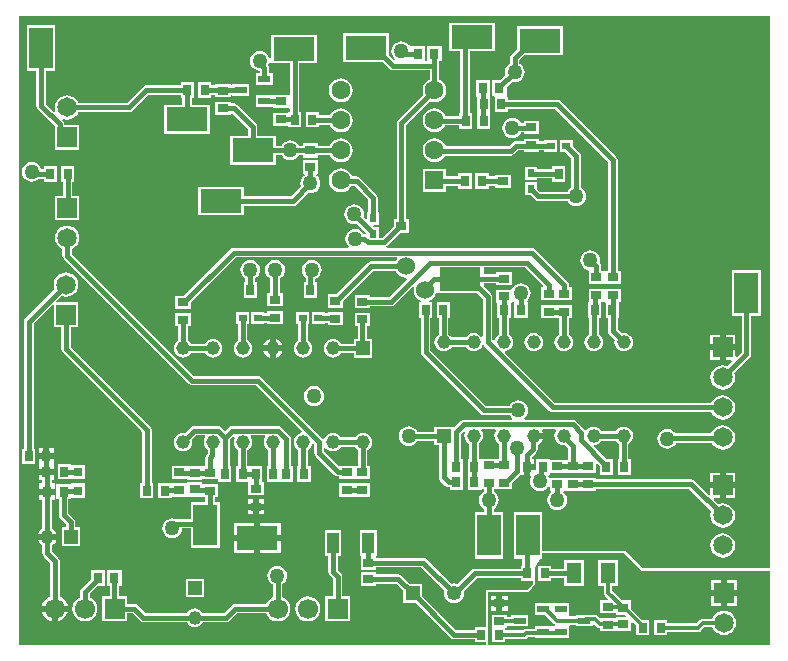
<source format=gtl>
G04*
G04 #@! TF.GenerationSoftware,Altium Limited,Altium Designer,19.1.9 (167)*
G04*
G04 Layer_Physical_Order=1*
G04 Layer_Color=255*
%FSLAX43Y43*%
%MOMM*%
G71*
G01*
G75*
%ADD16C,0.300*%
%ADD34R,1.150X1.150*%
%ADD35C,1.150*%
%ADD38R,1.150X1.150*%
%ADD39R,1.250X1.250*%
%ADD40C,1.250*%
%ADD44R,0.900X0.700*%
%ADD45R,2.000X3.500*%
%ADD46R,0.900X0.800*%
%ADD47R,0.600X0.700*%
%ADD48R,0.700X0.900*%
%ADD49R,0.700X0.600*%
%ADD50R,3.500X2.000*%
%ADD51R,0.800X0.900*%
%ADD52R,0.800X0.800*%
%ADD53R,1.000X1.800*%
%ADD54R,1.300X1.800*%
%ADD55R,1.000X0.600*%
%ADD56C,0.381*%
%ADD57R,1.600X1.600*%
%ADD58C,1.600*%
%ADD59C,1.524*%
%ADD60R,1.159X1.159*%
%ADD61C,1.159*%
%ADD62R,1.700X1.700*%
%ADD63C,1.700*%
%ADD64C,1.651*%
%ADD65R,1.651X1.651*%
%ADD66C,1.270*%
G36*
X63796Y6732D02*
X53014D01*
X51600Y8146D01*
X51532Y8191D01*
X51453Y8207D01*
X51453Y8207D01*
X44503D01*
Y11453D01*
X42097D01*
Y7547D01*
X42849D01*
Y6953D01*
X42697D01*
Y6701D01*
X38800D01*
X38646Y6671D01*
X38516Y6584D01*
X37318Y5386D01*
X37266Y5407D01*
X37050Y5435D01*
X36834Y5407D01*
X36818Y5400D01*
X34734Y7484D01*
X34604Y7571D01*
X34450Y7601D01*
X30453D01*
Y7797D01*
X30503D01*
Y10003D01*
X29097D01*
Y7797D01*
X29147D01*
Y6597D01*
X30453D01*
Y6799D01*
X34284D01*
X36250Y4832D01*
X36243Y4816D01*
X36215Y4600D01*
X36243Y4384D01*
X36327Y4182D01*
X36459Y4009D01*
X36632Y3877D01*
X36834Y3793D01*
X37050Y3765D01*
X37266Y3793D01*
X37468Y3877D01*
X37641Y4009D01*
X37773Y4182D01*
X37857Y4384D01*
X37885Y4600D01*
X37860Y4792D01*
X38966Y5899D01*
X42697D01*
Y5647D01*
X43743D01*
Y5426D01*
X43301Y4908D01*
X39950D01*
X39871Y4892D01*
X39803Y4847D01*
X39759Y4780D01*
X39743Y4701D01*
X39743Y1753D01*
X38797D01*
Y1501D01*
X37216D01*
X34378Y4339D01*
Y5428D01*
X33289D01*
X32634Y6084D01*
X32504Y6171D01*
X32350Y6201D01*
X30453D01*
Y6403D01*
X29147D01*
Y5197D01*
X30453D01*
Y5399D01*
X32184D01*
X32722Y4861D01*
Y3772D01*
X33811D01*
X36766Y816D01*
X36896Y729D01*
X37050Y699D01*
X38797D01*
Y447D01*
X39743D01*
Y204D01*
X204D01*
X204Y53496D01*
X63796D01*
Y6732D01*
D02*
G37*
G36*
X52928Y6525D02*
X63796D01*
Y204D01*
X39950D01*
X39950Y4701D01*
X43397D01*
X43950Y5350D01*
Y6750D01*
X44301Y7547D01*
X44503D01*
Y8000D01*
X51453D01*
X52928Y6525D01*
D02*
G37*
%LPC*%
G36*
X25453Y51903D02*
X21547D01*
Y49903D01*
X21420Y49895D01*
X21417Y49919D01*
X21332Y50123D01*
X21198Y50298D01*
X21023Y50432D01*
X20819Y50517D01*
X20600Y50545D01*
X20381Y50517D01*
X20177Y50432D01*
X20002Y50298D01*
X19868Y50123D01*
X19783Y49919D01*
X19755Y49700D01*
X19783Y49481D01*
X19868Y49277D01*
X20002Y49102D01*
X20177Y48968D01*
X20381Y48883D01*
X20599Y48855D01*
Y48653D01*
X20297D01*
Y47647D01*
X21703D01*
Y48653D01*
X21401D01*
Y49059D01*
X21371Y49213D01*
X21330Y49274D01*
X21332Y49277D01*
X21417Y49481D01*
X21420Y49505D01*
X21547Y49497D01*
Y49497D01*
X23149D01*
Y46880D01*
X23053Y46803D01*
X23022Y46803D01*
X21747D01*
Y46803D01*
X21703Y46753D01*
X20297D01*
Y45747D01*
X21703D01*
X21747Y45697D01*
Y45697D01*
X23022D01*
X23053Y45697D01*
X23149Y45620D01*
Y45353D01*
X22997D01*
Y45303D01*
X21747D01*
Y44197D01*
X22997D01*
Y44047D01*
X24103D01*
Y45353D01*
X23951D01*
Y49497D01*
X25453D01*
Y51903D01*
D02*
G37*
G36*
X46253Y52603D02*
X42347D01*
Y50614D01*
X41910Y50177D01*
X41823Y50047D01*
X41792Y49894D01*
Y49438D01*
X41777Y49432D01*
X41602Y49298D01*
X41468Y49123D01*
X41383Y48919D01*
X41355Y48700D01*
X41381Y48499D01*
X40936Y48053D01*
X40297D01*
Y46747D01*
X40416D01*
X40497Y46653D01*
X40497Y46620D01*
Y45347D01*
X41603D01*
Y45599D01*
X45634D01*
X50099Y41134D01*
Y31903D01*
X49880D01*
X49847Y31903D01*
X49720Y31903D01*
X49501D01*
Y32300D01*
X49471Y32454D01*
X49405Y32553D01*
X49417Y32581D01*
X49445Y32800D01*
X49417Y33019D01*
X49332Y33223D01*
X49198Y33398D01*
X49023Y33532D01*
X48819Y33617D01*
X48600Y33645D01*
X48381Y33617D01*
X48177Y33532D01*
X48002Y33398D01*
X47868Y33223D01*
X47783Y33019D01*
X47755Y32800D01*
X47783Y32581D01*
X47868Y32377D01*
X48002Y32202D01*
X48177Y32068D01*
X48357Y31993D01*
X48447Y31903D01*
Y30797D01*
X49720D01*
X49753Y30797D01*
X49880Y30797D01*
X51153D01*
Y31903D01*
X50901D01*
Y41300D01*
X50871Y41454D01*
X50784Y41584D01*
X46084Y46284D01*
X45954Y46371D01*
X45800Y46401D01*
X41603D01*
Y46653D01*
X41584D01*
X41503Y46747D01*
X41503Y46780D01*
Y47486D01*
X41925Y47907D01*
X41981Y47883D01*
X42200Y47855D01*
X42419Y47883D01*
X42623Y47968D01*
X42798Y48102D01*
X42932Y48277D01*
X43017Y48481D01*
X43045Y48700D01*
X43017Y48919D01*
X42932Y49123D01*
X42798Y49298D01*
X42623Y49432D01*
X42595Y49444D01*
Y49727D01*
X43064Y50197D01*
X46253D01*
Y52603D01*
D02*
G37*
G36*
X16503Y47853D02*
X15397D01*
Y46547D01*
X16503D01*
Y46799D01*
X16847D01*
Y46597D01*
X18153D01*
Y46799D01*
X18297D01*
Y46697D01*
X19703D01*
Y47703D01*
X18297D01*
Y47601D01*
X18153D01*
Y47703D01*
X16847D01*
Y47601D01*
X16503D01*
Y47853D01*
D02*
G37*
G36*
X31553Y52003D02*
X27647D01*
Y49597D01*
X30986D01*
X31595Y48987D01*
X31725Y48900D01*
X31879Y48870D01*
X34999D01*
Y48100D01*
X34894Y48056D01*
X34685Y47895D01*
X34524Y47686D01*
X34423Y47442D01*
X34388Y47180D01*
X34423Y46918D01*
X34466Y46814D01*
X32316Y44664D01*
X32229Y44534D01*
X32199Y44380D01*
Y36253D01*
X31947D01*
Y35714D01*
X30940Y34708D01*
X30703D01*
Y35603D01*
X30278D01*
X30218Y35678D01*
X30270Y35797D01*
X30703D01*
Y36903D01*
X30601D01*
Y38100D01*
X30571Y38254D01*
X30484Y38384D01*
X29084Y39784D01*
X28954Y39871D01*
X28800Y39901D01*
X28404D01*
X28336Y40066D01*
X28175Y40275D01*
X27966Y40436D01*
X27722Y40537D01*
X27460Y40572D01*
X27198Y40537D01*
X26954Y40436D01*
X26745Y40275D01*
X26584Y40066D01*
X26483Y39822D01*
X26448Y39560D01*
X26483Y39298D01*
X26584Y39054D01*
X26745Y38845D01*
X26954Y38684D01*
X27198Y38583D01*
X27460Y38548D01*
X27722Y38583D01*
X27966Y38684D01*
X28175Y38845D01*
X28336Y39054D01*
X28355Y39099D01*
X28634D01*
X29799Y37934D01*
Y36903D01*
X29697D01*
Y36337D01*
X29579Y36288D01*
X29408Y36460D01*
X29417Y36481D01*
X29445Y36700D01*
X29417Y36919D01*
X29332Y37123D01*
X29198Y37298D01*
X29023Y37432D01*
X28819Y37517D01*
X28600Y37545D01*
X28381Y37517D01*
X28177Y37432D01*
X28002Y37298D01*
X27868Y37123D01*
X27783Y36919D01*
X27755Y36700D01*
X27783Y36481D01*
X27868Y36277D01*
X28002Y36102D01*
X28177Y35968D01*
X28381Y35883D01*
X28600Y35855D01*
X28819Y35883D01*
X28840Y35892D01*
X29628Y35104D01*
X29582Y34982D01*
X29570Y34976D01*
X29443Y35001D01*
X29441D01*
X29432Y35023D01*
X29298Y35198D01*
X29123Y35332D01*
X28919Y35417D01*
X28700Y35445D01*
X28481Y35417D01*
X28277Y35332D01*
X28102Y35198D01*
X27968Y35023D01*
X27883Y34819D01*
X27855Y34600D01*
X27883Y34381D01*
X27968Y34177D01*
X28102Y34002D01*
X28126Y33984D01*
X28083Y33857D01*
X18406D01*
X18252Y33827D01*
X18122Y33740D01*
X14186Y29803D01*
X13447D01*
Y28697D01*
X14753D01*
Y29236D01*
X18572Y33054D01*
X32202D01*
X32265Y32927D01*
X32157Y32787D01*
X32122Y32701D01*
X30050D01*
X29896Y32671D01*
X29766Y32584D01*
X27086Y29903D01*
X26347D01*
Y28797D01*
X27653D01*
Y29336D01*
X30216Y31899D01*
X32122D01*
X32157Y31813D01*
X32312Y31612D01*
X32513Y31457D01*
X32748Y31360D01*
X32982Y31329D01*
X33051Y31219D01*
X31534Y29701D01*
X29953D01*
Y29853D01*
X28647D01*
Y28747D01*
X29953D01*
Y28899D01*
X31700D01*
X31854Y28929D01*
X31984Y29016D01*
X33533Y30566D01*
X33654Y30506D01*
X33626Y30300D01*
X33660Y30048D01*
X33757Y29813D01*
X33912Y29612D01*
X34113Y29457D01*
X34298Y29380D01*
X34273Y29253D01*
X34097D01*
Y27947D01*
X34249D01*
Y25050D01*
X34279Y24896D01*
X34366Y24766D01*
X39316Y19816D01*
X39446Y19729D01*
X39600Y19699D01*
X41759D01*
X41768Y19677D01*
X41902Y19502D01*
X41993Y19433D01*
X41950Y19306D01*
X37904D01*
X37751Y19275D01*
X37620Y19188D01*
X37090Y18657D01*
X36963Y18710D01*
Y18714D01*
X35397D01*
Y18301D01*
X33941D01*
X33932Y18323D01*
X33798Y18498D01*
X33623Y18632D01*
X33419Y18717D01*
X33200Y18745D01*
X32981Y18717D01*
X32777Y18632D01*
X32602Y18498D01*
X32468Y18323D01*
X32383Y18119D01*
X32355Y17900D01*
X32383Y17681D01*
X32468Y17477D01*
X32602Y17302D01*
X32777Y17168D01*
X32981Y17083D01*
X33200Y17055D01*
X33419Y17083D01*
X33623Y17168D01*
X33798Y17302D01*
X33932Y17477D01*
X33941Y17499D01*
X35397D01*
Y17148D01*
X35779D01*
Y14420D01*
X35809Y14266D01*
X35896Y14136D01*
X36316Y13716D01*
X36446Y13629D01*
X36600Y13599D01*
X36697D01*
Y13347D01*
X37803D01*
Y14647D01*
X37803D01*
Y15953D01*
X37651D01*
Y18084D01*
X37903Y18335D01*
X38010Y18263D01*
X37957Y18135D01*
X37931Y17931D01*
X37957Y17727D01*
X38036Y17536D01*
X38162Y17373D01*
X38325Y17247D01*
X38334Y17244D01*
Y15953D01*
X38197D01*
Y14653D01*
X38197D01*
Y13347D01*
X39303D01*
Y13347D01*
X39409Y13397D01*
X39599D01*
Y13241D01*
X39577Y13232D01*
X39402Y13098D01*
X39268Y12923D01*
X39183Y12719D01*
X39155Y12500D01*
X39183Y12281D01*
X39268Y12077D01*
X39402Y11902D01*
X39577Y11768D01*
X39599Y11759D01*
Y11453D01*
X38797D01*
Y7547D01*
X41203D01*
Y11453D01*
X40401D01*
Y11759D01*
X40423Y11768D01*
X40598Y11902D01*
X40732Y12077D01*
X40817Y12281D01*
X40845Y12500D01*
X40817Y12719D01*
X40732Y12923D01*
X40598Y13098D01*
X40423Y13232D01*
X40401Y13241D01*
Y13397D01*
X41953D01*
Y13936D01*
X42614Y14596D01*
X42946D01*
Y15300D01*
X43200D01*
Y15554D01*
X43854D01*
Y16004D01*
X43673D01*
Y16155D01*
X44014Y16496D01*
X44101Y16626D01*
X44131Y16780D01*
Y17166D01*
X44220Y17203D01*
X44394Y17337D01*
X44528Y17511D01*
X44597Y17677D01*
X43800D01*
Y18185D01*
X44597D01*
X44528Y18351D01*
X44499Y18389D01*
X44555Y18503D01*
X45632D01*
X45695Y18376D01*
X45656Y18326D01*
X45577Y18135D01*
X45551Y17931D01*
X45577Y17727D01*
X45656Y17536D01*
X45782Y17373D01*
X45945Y17247D01*
X46136Y17168D01*
X46340Y17142D01*
X46441Y17155D01*
X46699Y16897D01*
Y15903D01*
X45203D01*
Y15953D01*
X43997D01*
Y15017D01*
X43981Y15009D01*
X43919Y15046D01*
X43454D01*
Y14596D01*
X43475D01*
X43546Y14469D01*
X43483Y14319D01*
X43454Y14100D01*
X43483Y13881D01*
X43568Y13677D01*
X43702Y13502D01*
X43877Y13368D01*
X44081Y13283D01*
X44300Y13255D01*
X44519Y13283D01*
X44723Y13368D01*
X44898Y13502D01*
X45020Y13661D01*
X45077Y13657D01*
X45147Y13626D01*
Y13297D01*
X45253D01*
X45296Y13170D01*
X45202Y13098D01*
X45068Y12923D01*
X44983Y12719D01*
X44955Y12500D01*
X44983Y12281D01*
X45068Y12077D01*
X45202Y11902D01*
X45377Y11768D01*
X45581Y11683D01*
X45800Y11655D01*
X46019Y11683D01*
X46223Y11768D01*
X46398Y11902D01*
X46532Y12077D01*
X46617Y12281D01*
X46645Y12500D01*
X46617Y12719D01*
X46532Y12923D01*
X46398Y13098D01*
X46304Y13170D01*
X46347Y13297D01*
X47747D01*
Y13297D01*
X49053D01*
Y13449D01*
X56984D01*
X58846Y11586D01*
X58798Y11469D01*
X58762Y11200D01*
X58798Y10931D01*
X58901Y10681D01*
X59066Y10466D01*
X59281Y10301D01*
X59531Y10198D01*
X59800Y10162D01*
X60069Y10198D01*
X60319Y10301D01*
X60534Y10466D01*
X60699Y10681D01*
X60802Y10931D01*
X60838Y11200D01*
X60802Y11469D01*
X60699Y11719D01*
X60534Y11934D01*
X60319Y12099D01*
X60069Y12202D01*
X59800Y12238D01*
X59531Y12202D01*
X59414Y12154D01*
X59025Y12543D01*
X59073Y12660D01*
X59546D01*
Y13486D01*
X58721D01*
Y13013D01*
X58603Y12965D01*
X57434Y14134D01*
X57304Y14221D01*
X57150Y14251D01*
X49053D01*
Y14403D01*
X47753D01*
Y14403D01*
X45219D01*
X45147Y14403D01*
X45051Y14478D01*
X45032Y14523D01*
X45024Y14533D01*
X45080Y14647D01*
X45203D01*
Y14797D01*
X47747D01*
Y14797D01*
X49053D01*
Y15563D01*
X49171Y15612D01*
X49397Y15386D01*
Y14647D01*
X50503D01*
Y15953D01*
X49964D01*
X48901Y17016D01*
X48947Y17150D01*
X49084Y17168D01*
X49275Y17247D01*
X49438Y17373D01*
X49559Y17530D01*
X50741D01*
X50862Y17373D01*
X51009Y17260D01*
Y15953D01*
X50897D01*
Y14647D01*
X52003D01*
Y15953D01*
X51811D01*
Y17246D01*
X51815Y17247D01*
X51978Y17373D01*
X52104Y17536D01*
X52183Y17727D01*
X52209Y17931D01*
X52183Y18135D01*
X52104Y18326D01*
X51978Y18489D01*
X51815Y18615D01*
X51624Y18694D01*
X51420Y18720D01*
X51216Y18694D01*
X51025Y18615D01*
X50862Y18489D01*
X50741Y18332D01*
X49559D01*
X49438Y18489D01*
X49275Y18615D01*
X49084Y18694D01*
X48880Y18720D01*
X48676Y18694D01*
X48485Y18615D01*
X48322Y18489D01*
X48274Y18427D01*
X48118Y18432D01*
X48084Y18484D01*
X47380Y19188D01*
X47249Y19275D01*
X47096Y19306D01*
X43050D01*
X43007Y19433D01*
X43098Y19502D01*
X43232Y19677D01*
X43317Y19881D01*
X43345Y20100D01*
X43317Y20319D01*
X43232Y20523D01*
X43098Y20698D01*
X42923Y20832D01*
X42719Y20917D01*
X42500Y20945D01*
X42281Y20917D01*
X42077Y20832D01*
X41902Y20698D01*
X41768Y20523D01*
X41759Y20501D01*
X39766D01*
X35051Y25216D01*
Y27947D01*
X35203D01*
Y29253D01*
X34927D01*
X34902Y29380D01*
X35087Y29457D01*
X35288Y29612D01*
X35443Y29813D01*
X35520Y29998D01*
X35647Y29997D01*
Y29997D01*
X39036D01*
X39499Y29534D01*
Y26349D01*
X39372Y26306D01*
X39278Y26427D01*
X39115Y26553D01*
X38924Y26632D01*
X38720Y26658D01*
X38516Y26632D01*
X38325Y26553D01*
X38162Y26427D01*
X38041Y26270D01*
X36859D01*
X36738Y26427D01*
X36575Y26553D01*
X36566Y26556D01*
Y27947D01*
X36703D01*
Y29253D01*
X35597D01*
Y27947D01*
X35764D01*
Y26536D01*
X35622Y26427D01*
X35496Y26264D01*
X35417Y26073D01*
X35391Y25869D01*
X35417Y25665D01*
X35496Y25474D01*
X35622Y25311D01*
X35785Y25185D01*
X35976Y25106D01*
X36180Y25080D01*
X36384Y25106D01*
X36575Y25185D01*
X36738Y25311D01*
X36859Y25468D01*
X38041D01*
X38162Y25311D01*
X38325Y25185D01*
X38516Y25106D01*
X38720Y25080D01*
X38924Y25106D01*
X39115Y25185D01*
X39278Y25311D01*
X39404Y25474D01*
X39451Y25588D01*
X39594Y25602D01*
X39616Y25569D01*
X45129Y20056D01*
X45259Y19969D01*
X45413Y19939D01*
X58853D01*
X58901Y19821D01*
X59066Y19606D01*
X59281Y19441D01*
X59531Y19338D01*
X59800Y19302D01*
X60069Y19338D01*
X60319Y19441D01*
X60534Y19606D01*
X60699Y19821D01*
X60802Y20071D01*
X60838Y20340D01*
X60802Y20609D01*
X60699Y20859D01*
X60534Y21074D01*
X60319Y21239D01*
X60069Y21342D01*
X59800Y21378D01*
X59531Y21342D01*
X59281Y21239D01*
X59066Y21074D01*
X58901Y20859D01*
X58853Y20741D01*
X45579D01*
X41356Y24964D01*
X41402Y25098D01*
X41464Y25106D01*
X41655Y25185D01*
X41818Y25311D01*
X41944Y25474D01*
X42023Y25665D01*
X42049Y25869D01*
X42023Y26073D01*
X41944Y26264D01*
X41818Y26427D01*
X41681Y26532D01*
Y27947D01*
X41903D01*
Y29197D01*
X41953D01*
Y29281D01*
X42080Y29336D01*
X42111Y29307D01*
X42097Y29253D01*
X42097D01*
Y27947D01*
X43303D01*
Y29253D01*
X43303D01*
X43269Y29380D01*
X43298Y29402D01*
X43432Y29577D01*
X43517Y29781D01*
X43545Y30000D01*
X43517Y30219D01*
X43432Y30423D01*
X43298Y30598D01*
X43123Y30732D01*
X42919Y30817D01*
X42700Y30845D01*
X42481Y30817D01*
X42277Y30732D01*
X42102Y30598D01*
X41968Y30423D01*
X41918Y30303D01*
X40647D01*
Y29197D01*
X40697D01*
Y27947D01*
X40879D01*
Y26558D01*
X40865Y26553D01*
X40702Y26427D01*
X40576Y26264D01*
X40497Y26073D01*
X40364Y26025D01*
X40301Y26074D01*
Y29700D01*
X40271Y29854D01*
X40184Y29984D01*
X39553Y30614D01*
Y30849D01*
X40647D01*
Y30697D01*
X41953D01*
Y31803D01*
X40647D01*
Y31651D01*
X39553D01*
Y32199D01*
X43034D01*
X44602Y30630D01*
X44550Y30503D01*
X44447D01*
Y29397D01*
X47053D01*
Y30503D01*
X46801D01*
Y30700D01*
X46771Y30854D01*
X46684Y30984D01*
X43928Y33740D01*
X43798Y33827D01*
X43644Y33857D01*
X31371D01*
X31333Y33984D01*
X31390Y34022D01*
X32514Y35147D01*
X33253D01*
Y36253D01*
X33001D01*
Y44214D01*
X35034Y46246D01*
X35138Y46203D01*
X35400Y46168D01*
X35662Y46203D01*
X35906Y46304D01*
X36115Y46465D01*
X36276Y46674D01*
X36377Y46918D01*
X36412Y47180D01*
X36377Y47442D01*
X36276Y47686D01*
X36115Y47895D01*
X35906Y48056D01*
X35801Y48100D01*
Y49300D01*
Y49647D01*
X36003D01*
Y50953D01*
X34797D01*
Y49673D01*
X34603D01*
Y50953D01*
X33397D01*
X33397Y50953D01*
Y50953D01*
X33281Y50990D01*
X33198Y51098D01*
X33023Y51232D01*
X32819Y51317D01*
X32600Y51345D01*
X32381Y51317D01*
X32177Y51232D01*
X32002Y51098D01*
X31868Y50923D01*
X31783Y50719D01*
X31755Y50500D01*
X31783Y50281D01*
X31868Y50077D01*
X32002Y49902D01*
X32032Y49880D01*
X32002Y49742D01*
X31980Y49737D01*
X31553Y50164D01*
Y52003D01*
D02*
G37*
G36*
X27460Y48192D02*
X27198Y48157D01*
X26954Y48056D01*
X26745Y47895D01*
X26584Y47686D01*
X26483Y47442D01*
X26448Y47180D01*
X26483Y46918D01*
X26584Y46674D01*
X26745Y46465D01*
X26954Y46304D01*
X27198Y46203D01*
X27460Y46168D01*
X27722Y46203D01*
X27966Y46304D01*
X28175Y46465D01*
X28336Y46674D01*
X28437Y46918D01*
X28472Y47180D01*
X28437Y47442D01*
X28336Y47686D01*
X28175Y47895D01*
X27966Y48056D01*
X27722Y48157D01*
X27460Y48192D01*
D02*
G37*
G36*
Y45652D02*
X27198Y45617D01*
X26954Y45516D01*
X26745Y45355D01*
X26584Y45146D01*
X26553Y45071D01*
X25603D01*
Y45353D01*
X24497D01*
Y44047D01*
X25603D01*
Y44269D01*
X26528D01*
X26584Y44134D01*
X26745Y43925D01*
X26954Y43764D01*
X27198Y43663D01*
X27460Y43628D01*
X27722Y43663D01*
X27966Y43764D01*
X28175Y43925D01*
X28336Y44134D01*
X28437Y44378D01*
X28472Y44640D01*
X28437Y44902D01*
X28336Y45146D01*
X28175Y45355D01*
X27966Y45516D01*
X27722Y45617D01*
X27460Y45652D01*
D02*
G37*
G36*
X40553Y52903D02*
X36647D01*
Y50497D01*
X37599D01*
Y45253D01*
X37497D01*
Y45021D01*
X36328D01*
X36276Y45146D01*
X36115Y45355D01*
X35906Y45516D01*
X35662Y45617D01*
X35400Y45652D01*
X35138Y45617D01*
X34894Y45516D01*
X34685Y45355D01*
X34524Y45146D01*
X34423Y44902D01*
X34388Y44640D01*
X34423Y44378D01*
X34524Y44134D01*
X34685Y43925D01*
X34894Y43764D01*
X35138Y43663D01*
X35400Y43628D01*
X35662Y43663D01*
X35906Y43764D01*
X36115Y43925D01*
X36276Y44134D01*
X36311Y44219D01*
X37497D01*
Y43947D01*
X38603D01*
Y45253D01*
X38401D01*
Y50497D01*
X40553D01*
Y52903D01*
D02*
G37*
G36*
X40103Y48053D02*
X38897D01*
Y46747D01*
X38916D01*
X38997Y46653D01*
Y45347D01*
X38997D01*
X38997Y45253D01*
X38997D01*
Y43947D01*
X40103D01*
Y45253D01*
X40103D01*
X40103Y45347D01*
X40103D01*
Y46653D01*
X40103D01*
Y46747D01*
X40103D01*
Y48053D01*
D02*
G37*
G36*
X3303Y52753D02*
X897D01*
Y48847D01*
X1699D01*
Y45876D01*
X1729Y45722D01*
X1816Y45592D01*
X3264Y44145D01*
Y43495D01*
X3271Y43456D01*
Y42171D01*
X5329D01*
Y44229D01*
X4066D01*
Y44311D01*
X4036Y44464D01*
X3949Y44595D01*
X3881Y44663D01*
X3953Y44770D01*
X4031Y44738D01*
X4300Y44702D01*
X4569Y44738D01*
X4819Y44841D01*
X5034Y45006D01*
X5199Y45221D01*
X5247Y45339D01*
X9540D01*
X9694Y45369D01*
X9824Y45456D01*
X11166Y46799D01*
X13897D01*
Y46547D01*
X14049D01*
Y45928D01*
X12497D01*
Y43522D01*
X16403D01*
Y45928D01*
X14851D01*
Y46547D01*
X15003D01*
Y47853D01*
X13897D01*
Y47601D01*
X11000D01*
X10846Y47571D01*
X10716Y47484D01*
X9374Y46141D01*
X5247D01*
X5199Y46259D01*
X5034Y46474D01*
X4819Y46639D01*
X4569Y46742D01*
X4300Y46778D01*
X4031Y46742D01*
X3781Y46639D01*
X3566Y46474D01*
X3401Y46259D01*
X3298Y46009D01*
X3262Y45740D01*
X3298Y45471D01*
X3330Y45393D01*
X3223Y45321D01*
X2501Y46042D01*
Y48847D01*
X3303D01*
Y52753D01*
D02*
G37*
G36*
X42000Y44845D02*
X41781Y44817D01*
X41577Y44732D01*
X41402Y44598D01*
X41268Y44423D01*
X41183Y44219D01*
X41155Y44000D01*
X41183Y43781D01*
X41268Y43577D01*
X41402Y43402D01*
X41577Y43268D01*
X41781Y43183D01*
X42000Y43155D01*
X42219Y43183D01*
X42423Y43268D01*
X42598Y43402D01*
X42732Y43577D01*
X42751Y43624D01*
X42947D01*
Y43497D01*
X44253D01*
Y44603D01*
X42947D01*
Y44426D01*
X42729D01*
X42598Y44598D01*
X42423Y44732D01*
X42219Y44817D01*
X42000Y44845D01*
D02*
G37*
G36*
X35400Y43112D02*
X35138Y43077D01*
X34894Y42976D01*
X34685Y42815D01*
X34524Y42606D01*
X34423Y42362D01*
X34388Y42100D01*
X34423Y41838D01*
X34524Y41594D01*
X34685Y41385D01*
X34894Y41224D01*
X35138Y41123D01*
X35400Y41088D01*
X35662Y41123D01*
X35906Y41224D01*
X36115Y41385D01*
X36276Y41594D01*
X36299Y41649D01*
X41850D01*
X42004Y41679D01*
X42134Y41766D01*
X42466Y42099D01*
X42947D01*
Y41997D01*
X44253D01*
Y42099D01*
X44697D01*
Y41997D01*
X45803D01*
Y43003D01*
X44697D01*
Y42901D01*
X44253D01*
Y43103D01*
X42947D01*
Y42901D01*
X42300D01*
X42146Y42871D01*
X42016Y42784D01*
X41684Y42451D01*
X36340D01*
X36276Y42606D01*
X36115Y42815D01*
X35906Y42976D01*
X35662Y43077D01*
X35400Y43112D01*
D02*
G37*
G36*
X18153Y46203D02*
X16847D01*
Y45097D01*
X18153D01*
Y45200D01*
X18280Y45252D01*
X19599Y43934D01*
Y43303D01*
X18047D01*
Y40897D01*
X21953D01*
Y41699D01*
X22459D01*
X22468Y41677D01*
X22602Y41502D01*
X22777Y41368D01*
X22981Y41283D01*
X23200Y41255D01*
X23419Y41283D01*
X23623Y41368D01*
X23798Y41502D01*
X23932Y41677D01*
X23941Y41699D01*
X24247D01*
Y41497D01*
X25553D01*
Y41699D01*
X26540D01*
X26584Y41594D01*
X26745Y41385D01*
X26954Y41224D01*
X27198Y41123D01*
X27460Y41088D01*
X27722Y41123D01*
X27966Y41224D01*
X28175Y41385D01*
X28336Y41594D01*
X28437Y41838D01*
X28472Y42100D01*
X28437Y42362D01*
X28336Y42606D01*
X28175Y42815D01*
X27966Y42976D01*
X27722Y43077D01*
X27460Y43112D01*
X27198Y43077D01*
X26954Y42976D01*
X26745Y42815D01*
X26584Y42606D01*
X26540Y42501D01*
X25553D01*
Y42703D01*
X24247D01*
Y42501D01*
X23941D01*
X23932Y42523D01*
X23798Y42698D01*
X23623Y42832D01*
X23419Y42917D01*
X23200Y42945D01*
X22981Y42917D01*
X22777Y42832D01*
X22602Y42698D01*
X22468Y42523D01*
X22459Y42501D01*
X21953D01*
Y43303D01*
X20401D01*
Y44100D01*
X20371Y44254D01*
X20284Y44384D01*
X18684Y45984D01*
X18554Y46071D01*
X18400Y46101D01*
X18153D01*
Y46203D01*
D02*
G37*
G36*
X46453Y40753D02*
X45347D01*
Y40526D01*
X44103D01*
Y40703D01*
X43097D01*
Y39597D01*
X44103D01*
Y39724D01*
X45347D01*
Y39447D01*
X46453D01*
Y40753D01*
D02*
G37*
G36*
X1300Y41145D02*
X1081Y41117D01*
X877Y41032D01*
X702Y40898D01*
X568Y40723D01*
X483Y40519D01*
X455Y40300D01*
X483Y40081D01*
X568Y39877D01*
X702Y39702D01*
X877Y39568D01*
X1081Y39483D01*
X1300Y39455D01*
X1519Y39483D01*
X1723Y39568D01*
X1893Y39699D01*
X2297D01*
Y39447D01*
X3403D01*
Y40753D01*
X2297D01*
Y40501D01*
X2119D01*
X2117Y40519D01*
X2032Y40723D01*
X1898Y40898D01*
X1723Y41032D01*
X1519Y41117D01*
X1300Y41145D01*
D02*
G37*
G36*
X40003Y40153D02*
X38797D01*
Y38847D01*
X40003D01*
Y39099D01*
X40547D01*
Y38947D01*
X41853D01*
Y40053D01*
X40547D01*
Y39901D01*
X40003D01*
Y40153D01*
D02*
G37*
G36*
X36403Y40563D02*
X34397D01*
Y38557D01*
X36403D01*
Y39099D01*
X37397D01*
Y38847D01*
X38603D01*
Y40153D01*
X37397D01*
Y39901D01*
X36403D01*
Y40563D01*
D02*
G37*
G36*
X47103Y43003D02*
X45997D01*
Y41997D01*
X46436D01*
X46999Y41434D01*
Y38941D01*
X46977Y38932D01*
X46802Y38798D01*
X46668Y38623D01*
X46659Y38601D01*
X44366D01*
X44103Y38864D01*
Y39403D01*
X43097D01*
Y38297D01*
X43536D01*
X43916Y37916D01*
X44046Y37829D01*
X44200Y37799D01*
X46659D01*
X46668Y37777D01*
X46802Y37602D01*
X46977Y37468D01*
X47181Y37383D01*
X47400Y37355D01*
X47619Y37383D01*
X47823Y37468D01*
X47998Y37602D01*
X48132Y37777D01*
X48217Y37981D01*
X48245Y38200D01*
X48217Y38419D01*
X48132Y38623D01*
X47998Y38798D01*
X47823Y38932D01*
X47801Y38941D01*
Y41600D01*
X47771Y41754D01*
X47684Y41884D01*
X47103Y42464D01*
Y43003D01*
D02*
G37*
G36*
X25553Y41303D02*
X24247D01*
Y40097D01*
X24353D01*
X24396Y39970D01*
X24302Y39898D01*
X24168Y39723D01*
X24083Y39519D01*
X24055Y39300D01*
X24083Y39081D01*
X24092Y39060D01*
X23234Y38201D01*
X19253D01*
Y39003D01*
X15347D01*
Y36597D01*
X19253D01*
Y37399D01*
X23400D01*
X23554Y37429D01*
X23684Y37516D01*
X24660Y38492D01*
X24681Y38483D01*
X24900Y38455D01*
X25119Y38483D01*
X25323Y38568D01*
X25498Y38702D01*
X25632Y38877D01*
X25717Y39081D01*
X25745Y39300D01*
X25717Y39519D01*
X25632Y39723D01*
X25498Y39898D01*
X25404Y39970D01*
X25447Y40097D01*
X25553D01*
Y41303D01*
D02*
G37*
G36*
X4903Y40753D02*
X3797D01*
Y39447D01*
X3949D01*
Y38269D01*
X3271D01*
Y36211D01*
X5329D01*
Y38269D01*
X4751D01*
Y39447D01*
X4903D01*
Y40753D01*
D02*
G37*
G36*
X4200Y31778D02*
X3931Y31742D01*
X3681Y31639D01*
X3466Y31474D01*
X3301Y31259D01*
X3198Y31009D01*
X3162Y30740D01*
X3198Y30471D01*
X3246Y30354D01*
X766Y27874D01*
X679Y27744D01*
X649Y27590D01*
Y16853D01*
X497D01*
Y15547D01*
X1603D01*
Y16853D01*
X1451D01*
Y27424D01*
X3054Y29026D01*
X3171Y28978D01*
Y27171D01*
X3799D01*
Y25300D01*
X3829Y25146D01*
X3916Y25016D01*
X10649Y18284D01*
Y13953D01*
X10497D01*
Y12647D01*
X11603D01*
Y13953D01*
X11451D01*
Y18450D01*
X11421Y18604D01*
X11334Y18734D01*
X4601Y25466D01*
Y27171D01*
X5229D01*
Y29229D01*
X3422D01*
X3374Y29346D01*
X3814Y29786D01*
X3931Y29738D01*
X4200Y29702D01*
X4469Y29738D01*
X4719Y29841D01*
X4934Y30006D01*
X5099Y30221D01*
X5202Y30471D01*
X5238Y30740D01*
X5202Y31009D01*
X5099Y31259D01*
X4934Y31474D01*
X4719Y31639D01*
X4469Y31742D01*
X4200Y31778D01*
D02*
G37*
G36*
X25000Y32845D02*
X24781Y32817D01*
X24577Y32732D01*
X24402Y32598D01*
X24268Y32423D01*
X24183Y32219D01*
X24155Y32000D01*
X24183Y31781D01*
X24268Y31577D01*
X24402Y31402D01*
X24499Y31328D01*
Y30953D01*
X24347D01*
Y29647D01*
X25453D01*
Y30953D01*
X25301D01*
Y31218D01*
X25423Y31268D01*
X25598Y31402D01*
X25732Y31577D01*
X25817Y31781D01*
X25845Y32000D01*
X25817Y32219D01*
X25732Y32423D01*
X25598Y32598D01*
X25423Y32732D01*
X25219Y32817D01*
X25000Y32845D01*
D02*
G37*
G36*
X19800D02*
X19581Y32817D01*
X19377Y32732D01*
X19202Y32598D01*
X19068Y32423D01*
X18983Y32219D01*
X18955Y32000D01*
X18983Y31781D01*
X19068Y31577D01*
X19202Y31402D01*
X19377Y31268D01*
X19399Y31259D01*
Y30953D01*
X19247D01*
Y29647D01*
X20353D01*
Y30953D01*
X20201D01*
Y31259D01*
X20223Y31268D01*
X20398Y31402D01*
X20532Y31577D01*
X20617Y31781D01*
X20645Y32000D01*
X20617Y32219D01*
X20532Y32423D01*
X20398Y32598D01*
X20223Y32732D01*
X20019Y32817D01*
X19800Y32845D01*
D02*
G37*
G36*
X21900D02*
X21681Y32817D01*
X21477Y32732D01*
X21302Y32598D01*
X21168Y32423D01*
X21083Y32219D01*
X21055Y32000D01*
X21083Y31781D01*
X21168Y31577D01*
X21302Y31402D01*
X21477Y31268D01*
X21499Y31259D01*
Y30003D01*
X21247D01*
Y28897D01*
X22553D01*
Y30003D01*
X22301D01*
Y31259D01*
X22323Y31268D01*
X22498Y31402D01*
X22632Y31577D01*
X22717Y31781D01*
X22745Y32000D01*
X22717Y32219D01*
X22632Y32423D01*
X22498Y32598D01*
X22323Y32732D01*
X22119Y32817D01*
X21900Y32845D01*
D02*
G37*
G36*
X22553Y28503D02*
X21247D01*
Y28326D01*
X21003D01*
Y28403D01*
X19897D01*
Y27397D01*
X21003D01*
Y27524D01*
X21247D01*
Y27397D01*
X22553D01*
Y28503D01*
D02*
G37*
G36*
X26103Y28403D02*
X24997D01*
Y27397D01*
X26103D01*
Y27499D01*
X26347D01*
Y27297D01*
X27653D01*
Y28403D01*
X26347D01*
Y28301D01*
X26103D01*
Y28403D01*
D02*
G37*
G36*
X29953Y28353D02*
X28647D01*
Y27247D01*
X28899D01*
Y26121D01*
X28557D01*
Y25739D01*
X27479D01*
X27358Y25896D01*
X27195Y26022D01*
X27004Y26101D01*
X26800Y26127D01*
X26596Y26101D01*
X26405Y26022D01*
X26242Y25896D01*
X26116Y25733D01*
X26037Y25542D01*
X26011Y25338D01*
X26037Y25134D01*
X26116Y24943D01*
X26242Y24780D01*
X26405Y24654D01*
X26596Y24575D01*
X26800Y24549D01*
X27004Y24575D01*
X27195Y24654D01*
X27358Y24780D01*
X27479Y24937D01*
X28557D01*
Y24555D01*
X30123D01*
Y26121D01*
X29701D01*
Y27247D01*
X29953D01*
Y28353D01*
D02*
G37*
G36*
X60880Y26500D02*
X60054D01*
Y25674D01*
X60880D01*
Y26500D01*
D02*
G37*
G36*
X59546D02*
X58721D01*
Y25674D01*
X59546D01*
Y26500D01*
D02*
G37*
G36*
X21974Y26135D02*
Y25592D01*
X22517D01*
X22448Y25758D01*
X22314Y25932D01*
X22140Y26066D01*
X21974Y26135D01*
D02*
G37*
G36*
X21466D02*
X21300Y26066D01*
X21126Y25932D01*
X20992Y25758D01*
X20923Y25592D01*
X21466D01*
Y26135D01*
D02*
G37*
G36*
X49847Y30403D02*
X49720Y30403D01*
X48447D01*
Y29297D01*
X48397Y29253D01*
X48397D01*
Y27947D01*
X48514D01*
Y26564D01*
X48485Y26553D01*
X48322Y26427D01*
X48196Y26264D01*
X48117Y26073D01*
X48091Y25869D01*
X48117Y25665D01*
X48196Y25474D01*
X48322Y25311D01*
X48485Y25185D01*
X48676Y25106D01*
X48880Y25080D01*
X49084Y25106D01*
X49275Y25185D01*
X49438Y25311D01*
X49564Y25474D01*
X49643Y25665D01*
X49669Y25869D01*
X49643Y26073D01*
X49564Y26264D01*
X49438Y26427D01*
X49316Y26521D01*
Y27947D01*
X49503D01*
Y29253D01*
X49612Y29297D01*
X49788Y29297D01*
X49897Y29191D01*
Y27947D01*
X50099D01*
Y26789D01*
X50129Y26635D01*
X50216Y26505D01*
X50656Y26065D01*
X50631Y25869D01*
X50657Y25665D01*
X50736Y25474D01*
X50862Y25311D01*
X51025Y25185D01*
X51216Y25106D01*
X51420Y25080D01*
X51624Y25106D01*
X51815Y25185D01*
X51978Y25311D01*
X52104Y25474D01*
X52183Y25665D01*
X52209Y25869D01*
X52183Y26073D01*
X52104Y26264D01*
X51978Y26427D01*
X51815Y26553D01*
X51624Y26632D01*
X51420Y26658D01*
X51224Y26633D01*
X50901Y26955D01*
Y27947D01*
X51003D01*
Y29253D01*
X51112Y29297D01*
X51153D01*
Y30403D01*
X49880D01*
X49847Y30403D01*
D02*
G37*
G36*
X47053Y29003D02*
X44447D01*
Y27897D01*
X45969D01*
Y26562D01*
X45945Y26553D01*
X45782Y26427D01*
X45656Y26264D01*
X45577Y26073D01*
X45551Y25869D01*
X45577Y25665D01*
X45656Y25474D01*
X45782Y25311D01*
X45945Y25185D01*
X46136Y25106D01*
X46340Y25080D01*
X46544Y25106D01*
X46735Y25185D01*
X46898Y25311D01*
X47024Y25474D01*
X47103Y25665D01*
X47129Y25869D01*
X47103Y26073D01*
X47024Y26264D01*
X46898Y26427D01*
X46771Y26525D01*
Y27897D01*
X47053D01*
Y29003D01*
D02*
G37*
G36*
X43800Y26658D02*
X43596Y26632D01*
X43405Y26553D01*
X43242Y26427D01*
X43116Y26264D01*
X43037Y26073D01*
X43011Y25869D01*
X43037Y25665D01*
X43116Y25474D01*
X43242Y25311D01*
X43405Y25185D01*
X43596Y25106D01*
X43800Y25080D01*
X44004Y25106D01*
X44195Y25185D01*
X44358Y25311D01*
X44484Y25474D01*
X44563Y25665D01*
X44589Y25869D01*
X44563Y26073D01*
X44484Y26264D01*
X44358Y26427D01*
X44195Y26553D01*
X44004Y26632D01*
X43800Y26658D01*
D02*
G37*
G36*
X63003Y31953D02*
X60597D01*
Y28047D01*
X61399D01*
Y25046D01*
X60997Y24645D01*
X60880Y24693D01*
Y25166D01*
X60054D01*
Y24340D01*
X60527D01*
X60575Y24223D01*
X60186Y23834D01*
X60069Y23882D01*
X59800Y23918D01*
X59531Y23882D01*
X59281Y23779D01*
X59066Y23614D01*
X58901Y23399D01*
X58798Y23149D01*
X58762Y22880D01*
X58798Y22611D01*
X58901Y22361D01*
X59066Y22146D01*
X59281Y21981D01*
X59531Y21878D01*
X59800Y21842D01*
X60069Y21878D01*
X60319Y21981D01*
X60534Y22146D01*
X60699Y22361D01*
X60802Y22611D01*
X60838Y22880D01*
X60802Y23149D01*
X60754Y23266D01*
X62084Y24596D01*
X62171Y24726D01*
X62201Y24880D01*
Y28047D01*
X63003D01*
Y31953D01*
D02*
G37*
G36*
X24803Y28403D02*
X23697D01*
Y27397D01*
X23854D01*
Y26013D01*
X23702Y25896D01*
X23576Y25733D01*
X23497Y25542D01*
X23471Y25338D01*
X23497Y25134D01*
X23576Y24943D01*
X23702Y24780D01*
X23865Y24654D01*
X24056Y24575D01*
X24260Y24549D01*
X24464Y24575D01*
X24655Y24654D01*
X24818Y24780D01*
X24944Y24943D01*
X25023Y25134D01*
X25049Y25338D01*
X25023Y25542D01*
X24944Y25733D01*
X24818Y25896D01*
X24656Y26020D01*
Y27397D01*
X24803D01*
Y28403D01*
D02*
G37*
G36*
X19703D02*
X18597D01*
Y27397D01*
X18764D01*
Y26005D01*
X18622Y25896D01*
X18496Y25733D01*
X18417Y25542D01*
X18391Y25338D01*
X18417Y25134D01*
X18496Y24943D01*
X18622Y24780D01*
X18785Y24654D01*
X18976Y24575D01*
X19180Y24549D01*
X19384Y24575D01*
X19575Y24654D01*
X19738Y24780D01*
X19864Y24943D01*
X19943Y25134D01*
X19969Y25338D01*
X19943Y25542D01*
X19864Y25733D01*
X19738Y25896D01*
X19575Y26022D01*
X19566Y26025D01*
Y27397D01*
X19703D01*
Y28403D01*
D02*
G37*
G36*
X14753Y28303D02*
X13447D01*
Y27197D01*
X13699D01*
Y26017D01*
X13542Y25896D01*
X13416Y25733D01*
X13337Y25542D01*
X13311Y25338D01*
X13337Y25134D01*
X13416Y24943D01*
X13542Y24780D01*
X13705Y24654D01*
X13896Y24575D01*
X14100Y24549D01*
X14304Y24575D01*
X14495Y24654D01*
X14658Y24780D01*
X14779Y24937D01*
X15961D01*
X16082Y24780D01*
X16245Y24654D01*
X16436Y24575D01*
X16640Y24549D01*
X16844Y24575D01*
X17035Y24654D01*
X17198Y24780D01*
X17324Y24943D01*
X17403Y25134D01*
X17429Y25338D01*
X17403Y25542D01*
X17324Y25733D01*
X17198Y25896D01*
X17035Y26022D01*
X16844Y26101D01*
X16640Y26127D01*
X16436Y26101D01*
X16245Y26022D01*
X16082Y25896D01*
X15961Y25739D01*
X14779D01*
X14658Y25896D01*
X14501Y26017D01*
Y27197D01*
X14753D01*
Y28303D01*
D02*
G37*
G36*
X22517Y25084D02*
X21974D01*
Y24541D01*
X22140Y24610D01*
X22314Y24744D01*
X22448Y24918D01*
X22517Y25084D01*
D02*
G37*
G36*
X21466D02*
X20923D01*
X20992Y24918D01*
X21126Y24744D01*
X21300Y24610D01*
X21466Y24541D01*
Y25084D01*
D02*
G37*
G36*
X59546Y25166D02*
X58721D01*
Y24340D01*
X59546D01*
Y25166D01*
D02*
G37*
G36*
X25200Y22145D02*
X24981Y22117D01*
X24777Y22032D01*
X24602Y21898D01*
X24468Y21723D01*
X24383Y21519D01*
X24355Y21300D01*
X24383Y21081D01*
X24468Y20877D01*
X24602Y20702D01*
X24777Y20568D01*
X24981Y20483D01*
X25200Y20455D01*
X25419Y20483D01*
X25623Y20568D01*
X25798Y20702D01*
X25932Y20877D01*
X26017Y21081D01*
X26045Y21300D01*
X26017Y21519D01*
X25932Y21723D01*
X25798Y21898D01*
X25623Y22032D01*
X25419Y22117D01*
X25200Y22145D01*
D02*
G37*
G36*
X22123Y18775D02*
X18257D01*
X18103Y18744D01*
X17973Y18657D01*
X17650Y18334D01*
X17327Y18657D01*
X17197Y18744D01*
X17043Y18775D01*
X15073D01*
X14920Y18744D01*
X14789Y18657D01*
X14296Y18164D01*
X14100Y18189D01*
X13896Y18163D01*
X13705Y18084D01*
X13542Y17958D01*
X13416Y17795D01*
X13337Y17604D01*
X13311Y17400D01*
X13337Y17196D01*
X13416Y17005D01*
X13542Y16842D01*
X13705Y16716D01*
X13896Y16637D01*
X14100Y16611D01*
X14304Y16637D01*
X14495Y16716D01*
X14658Y16842D01*
X14784Y17005D01*
X14863Y17196D01*
X14889Y17400D01*
X14864Y17596D01*
X15239Y17972D01*
X15932D01*
X15995Y17845D01*
X15956Y17795D01*
X15877Y17604D01*
X15851Y17400D01*
X15877Y17196D01*
X15956Y17005D01*
X16082Y16842D01*
X16199Y16752D01*
Y16466D01*
X16116Y16384D01*
X16029Y16254D01*
X15999Y16100D01*
Y15353D01*
X15753D01*
Y15403D01*
X14453D01*
Y15403D01*
X13147D01*
Y14297D01*
X14447D01*
Y14197D01*
X15753D01*
Y14247D01*
X17053D01*
X17097Y14138D01*
Y14047D01*
X18203D01*
Y15353D01*
X18051D01*
Y17600D01*
X18361Y17910D01*
X18418Y17901D01*
X18448Y17861D01*
X18483Y17762D01*
X18417Y17604D01*
X18391Y17400D01*
X18417Y17196D01*
X18496Y17005D01*
X18622Y16842D01*
X18764Y16733D01*
Y15353D01*
X18597D01*
Y14047D01*
X19538D01*
X19647Y14003D01*
Y12897D01*
X20953D01*
Y14003D01*
X20912D01*
X20803Y14047D01*
Y15353D01*
X19566D01*
Y16713D01*
X19575Y16716D01*
X19738Y16842D01*
X19864Y17005D01*
X19943Y17196D01*
X19969Y17400D01*
X19943Y17604D01*
X19864Y17795D01*
X19825Y17845D01*
X19888Y17972D01*
X21012D01*
X21075Y17845D01*
X21036Y17795D01*
X20957Y17604D01*
X20931Y17400D01*
X20957Y17196D01*
X21036Y17005D01*
X21162Y16842D01*
X21325Y16716D01*
X21334Y16713D01*
Y15353D01*
X21197D01*
Y14047D01*
X22303D01*
Y14047D01*
X23403D01*
Y15353D01*
X23251D01*
Y17646D01*
X23221Y17800D01*
X23134Y17930D01*
X22407Y18657D01*
X22277Y18744D01*
X22123Y18775D01*
D02*
G37*
G36*
X59800Y18838D02*
X59531Y18802D01*
X59281Y18699D01*
X59066Y18534D01*
X58901Y18319D01*
X58832Y18151D01*
X55810D01*
X55698Y18298D01*
X55523Y18432D01*
X55319Y18517D01*
X55100Y18545D01*
X54881Y18517D01*
X54677Y18432D01*
X54502Y18298D01*
X54368Y18123D01*
X54283Y17919D01*
X54255Y17700D01*
X54283Y17481D01*
X54368Y17277D01*
X54502Y17102D01*
X54677Y16968D01*
X54881Y16883D01*
X55100Y16855D01*
X55319Y16883D01*
X55523Y16968D01*
X55698Y17102D01*
X55832Y17277D01*
X55862Y17349D01*
X58874D01*
X58901Y17281D01*
X59066Y17066D01*
X59281Y16901D01*
X59531Y16798D01*
X59800Y16762D01*
X60069Y16798D01*
X60319Y16901D01*
X60534Y17066D01*
X60699Y17281D01*
X60802Y17531D01*
X60838Y17800D01*
X60802Y18069D01*
X60699Y18319D01*
X60534Y18534D01*
X60319Y18699D01*
X60069Y18802D01*
X59800Y18838D01*
D02*
G37*
G36*
X3154Y16904D02*
X2804D01*
Y16454D01*
X3154D01*
Y16904D01*
D02*
G37*
G36*
X2296D02*
X1946D01*
Y16454D01*
X2296D01*
Y16904D01*
D02*
G37*
G36*
X3154Y15946D02*
X2550D01*
X1946D01*
Y15496D01*
X1946D01*
Y15154D01*
X2550D01*
X3154D01*
Y15604D01*
X3154D01*
Y15946D01*
D02*
G37*
G36*
X4300Y35738D02*
X4031Y35702D01*
X3781Y35599D01*
X3566Y35434D01*
X3401Y35219D01*
X3298Y34969D01*
X3262Y34700D01*
X3298Y34431D01*
X3401Y34181D01*
X3566Y33966D01*
X3781Y33801D01*
X3899Y33753D01*
Y33200D01*
X3929Y33046D01*
X4016Y32916D01*
X14616Y22316D01*
X14746Y22229D01*
X14900Y22199D01*
X20270D01*
X24164Y18305D01*
X24118Y18171D01*
X24056Y18163D01*
X23865Y18084D01*
X23702Y17958D01*
X23576Y17795D01*
X23497Y17604D01*
X23471Y17400D01*
X23497Y17196D01*
X23576Y17005D01*
X23702Y16842D01*
X23854Y16725D01*
Y15353D01*
X23797D01*
Y14047D01*
X24903D01*
Y15353D01*
X24656D01*
Y16718D01*
X24818Y16842D01*
X24944Y17005D01*
X25023Y17196D01*
X25029Y17248D01*
X25144Y17289D01*
X25238Y17212D01*
Y16461D01*
X25269Y16307D01*
X25356Y16177D01*
X26916Y14616D01*
X27046Y14529D01*
X27200Y14499D01*
X27347D01*
Y14297D01*
X28647D01*
Y14297D01*
X29953D01*
Y15403D01*
X29721D01*
Y16711D01*
X29735Y16716D01*
X29898Y16842D01*
X30024Y17005D01*
X30103Y17196D01*
X30129Y17400D01*
X30103Y17604D01*
X30024Y17795D01*
X29898Y17958D01*
X29735Y18084D01*
X29544Y18163D01*
X29340Y18189D01*
X29136Y18163D01*
X28945Y18084D01*
X28782Y17958D01*
X28661Y17801D01*
X27479D01*
X27358Y17958D01*
X27195Y18084D01*
X27004Y18163D01*
X26800Y18189D01*
X26596Y18163D01*
X26405Y18084D01*
X26242Y17958D01*
X26116Y17795D01*
X26072Y17687D01*
X25928Y17673D01*
X25923Y17681D01*
X20720Y22884D01*
X20590Y22971D01*
X20436Y23001D01*
X15066D01*
X4701Y33366D01*
Y33753D01*
X4819Y33801D01*
X5034Y33966D01*
X5199Y34181D01*
X5302Y34431D01*
X5338Y34700D01*
X5302Y34969D01*
X5199Y35219D01*
X5034Y35434D01*
X4819Y35599D01*
X4569Y35702D01*
X4300Y35738D01*
D02*
G37*
G36*
X4603Y15553D02*
X3497D01*
Y14247D01*
X4603D01*
Y14297D01*
X5803D01*
Y15503D01*
X4603D01*
Y15553D01*
D02*
G37*
G36*
X60880Y14819D02*
X60054D01*
Y13994D01*
X60880D01*
Y14819D01*
D02*
G37*
G36*
X59546D02*
X58721D01*
Y13994D01*
X59546D01*
Y14819D01*
D02*
G37*
G36*
X15753Y14003D02*
X14447D01*
Y13903D01*
X13147D01*
X13103Y13953D01*
Y13953D01*
X11997D01*
Y12647D01*
X13103D01*
Y12688D01*
X13147Y12797D01*
X14447D01*
Y12797D01*
X15747D01*
Y12747D01*
X15999D01*
Y12353D01*
X14797D01*
Y10901D01*
X13600D01*
X13502Y10882D01*
X13419Y10917D01*
X13200Y10945D01*
X12981Y10917D01*
X12777Y10832D01*
X12602Y10698D01*
X12468Y10523D01*
X12383Y10319D01*
X12355Y10100D01*
X12383Y9881D01*
X12468Y9677D01*
X12602Y9502D01*
X12777Y9368D01*
X12981Y9283D01*
X13200Y9255D01*
X13419Y9283D01*
X13623Y9368D01*
X13798Y9502D01*
X13932Y9677D01*
X14017Y9881D01*
X14045Y10099D01*
X14797D01*
Y8447D01*
X17203D01*
Y12353D01*
X16801D01*
Y12747D01*
X17053D01*
Y13853D01*
X15753D01*
Y14003D01*
D02*
G37*
G36*
X3154Y14646D02*
X2550D01*
X1946D01*
Y14196D01*
X2199D01*
Y13904D01*
X1946D01*
Y13454D01*
X2600D01*
X3254D01*
Y13904D01*
X3001D01*
Y14196D01*
X3154D01*
Y14646D01*
D02*
G37*
G36*
X28653Y13903D02*
X27347D01*
Y12797D01*
X28647D01*
Y12797D01*
X29953D01*
Y13903D01*
X28653D01*
Y13903D01*
D02*
G37*
G36*
X60880Y13486D02*
X60054D01*
Y12660D01*
X60880D01*
Y13486D01*
D02*
G37*
G36*
X21004Y12554D02*
X20554D01*
Y12204D01*
X21004D01*
Y12554D01*
D02*
G37*
G36*
X20046D02*
X19596D01*
Y12204D01*
X20046D01*
Y12554D01*
D02*
G37*
G36*
X21004Y11696D02*
X20554D01*
Y11346D01*
X21004D01*
Y11696D01*
D02*
G37*
G36*
X20046D02*
X19596D01*
Y11346D01*
X20046D01*
Y11696D01*
D02*
G37*
G36*
X3254Y12946D02*
X2600D01*
X1946D01*
Y12496D01*
X2199D01*
Y10131D01*
X2182Y10124D01*
X2009Y9991D01*
X1876Y9818D01*
X1808Y9654D01*
X2600D01*
X3392D01*
X3324Y9818D01*
X3191Y9991D01*
X3018Y10124D01*
X3001Y10131D01*
Y12496D01*
X3254D01*
Y12946D01*
D02*
G37*
G36*
X22404Y10554D02*
X20654D01*
Y9554D01*
X22404D01*
Y10554D01*
D02*
G37*
G36*
X20146D02*
X18396D01*
Y9554D01*
X20146D01*
Y10554D01*
D02*
G37*
G36*
X5803Y13903D02*
X4597D01*
Y13853D01*
X3397D01*
Y12547D01*
X3599D01*
Y11200D01*
X3629Y11046D01*
X3716Y10916D01*
X4199Y10434D01*
Y10178D01*
X3822D01*
Y8622D01*
X5378D01*
Y10178D01*
X5001D01*
Y10600D01*
X4971Y10754D01*
X4884Y10884D01*
X4401Y11366D01*
Y12547D01*
X4603D01*
Y12697D01*
X5803D01*
Y13903D01*
D02*
G37*
G36*
X22404Y9046D02*
X20654D01*
Y8046D01*
X22404D01*
Y9046D01*
D02*
G37*
G36*
X20146D02*
X18396D01*
Y8046D01*
X20146D01*
Y9046D01*
D02*
G37*
G36*
X59800Y9698D02*
X59531Y9662D01*
X59281Y9559D01*
X59066Y9394D01*
X58901Y9179D01*
X58798Y8929D01*
X58762Y8660D01*
X58798Y8391D01*
X58901Y8141D01*
X59066Y7926D01*
X59281Y7761D01*
X59531Y7658D01*
X59800Y7622D01*
X60069Y7658D01*
X60319Y7761D01*
X60534Y7926D01*
X60699Y8141D01*
X60802Y8391D01*
X60838Y8660D01*
X60802Y8929D01*
X60699Y9179D01*
X60534Y9394D01*
X60319Y9559D01*
X60069Y9662D01*
X59800Y9698D01*
D02*
G37*
G36*
X15878Y5828D02*
X14322D01*
Y4272D01*
X15878D01*
Y5828D01*
D02*
G37*
G36*
X3392Y9146D02*
X2600D01*
X1808D01*
X1876Y8982D01*
X2009Y8809D01*
X2182Y8676D01*
X2199Y8669D01*
Y8000D01*
X2229Y7846D01*
X2316Y7716D01*
X2859Y7174D01*
Y4329D01*
X2703Y4264D01*
X2473Y4087D01*
X2296Y3857D01*
X2184Y3588D01*
X2180Y3554D01*
X3260D01*
Y3300D01*
D01*
Y3554D01*
X4340D01*
X4336Y3588D01*
X4224Y3857D01*
X4047Y4087D01*
X3817Y4264D01*
X3661Y4329D01*
Y7340D01*
X3631Y7494D01*
X3544Y7624D01*
X3001Y8166D01*
Y8669D01*
X3018Y8676D01*
X3191Y8809D01*
X3324Y8982D01*
X3392Y9146D01*
D02*
G37*
G36*
X22100Y6945D02*
X21881Y6917D01*
X21677Y6832D01*
X21502Y6698D01*
X21368Y6523D01*
X21283Y6319D01*
X21255Y6100D01*
X21283Y5881D01*
X21368Y5677D01*
X21502Y5502D01*
X21677Y5368D01*
X21709Y5355D01*
Y4270D01*
X21589Y4220D01*
X21369Y4051D01*
X21200Y3831D01*
X21146Y3701D01*
X18500D01*
X18346Y3671D01*
X18216Y3584D01*
X17584Y2951D01*
X15773D01*
X15655Y3105D01*
X15492Y3230D01*
X15303Y3308D01*
X15100Y3335D01*
X14897Y3308D01*
X14708Y3230D01*
X14545Y3105D01*
X14427Y2951D01*
X10916D01*
X10284Y3584D01*
X10154Y3671D01*
X10000Y3701D01*
X9393D01*
Y4353D01*
X8701D01*
Y5247D01*
X8903D01*
Y6553D01*
X7697D01*
Y5247D01*
X7899D01*
Y4353D01*
X7287D01*
Y2247D01*
X9393D01*
Y2899D01*
X9834D01*
X10466Y2266D01*
X10596Y2179D01*
X10750Y2149D01*
X14427D01*
X14545Y1995D01*
X14708Y1870D01*
X14897Y1792D01*
X15100Y1765D01*
X15303Y1792D01*
X15492Y1870D01*
X15655Y1995D01*
X15773Y2149D01*
X17750D01*
X17904Y2179D01*
X18034Y2266D01*
X18666Y2899D01*
X21146D01*
X21200Y2769D01*
X21369Y2549D01*
X21589Y2380D01*
X21845Y2274D01*
X22120Y2238D01*
X22395Y2274D01*
X22651Y2380D01*
X22871Y2549D01*
X23040Y2769D01*
X23146Y3025D01*
X23182Y3300D01*
X23146Y3575D01*
X23040Y3831D01*
X22871Y4051D01*
X22651Y4220D01*
X22511Y4278D01*
Y5363D01*
X22523Y5368D01*
X22698Y5502D01*
X22832Y5677D01*
X22917Y5881D01*
X22945Y6100D01*
X22917Y6319D01*
X22832Y6523D01*
X22698Y6698D01*
X22523Y6832D01*
X22319Y6917D01*
X22100Y6945D01*
D02*
G37*
G36*
X27503Y10003D02*
X26097D01*
Y7797D01*
X26399D01*
Y6400D01*
X26429Y6246D01*
X26516Y6116D01*
X26799Y5834D01*
Y4353D01*
X26147D01*
Y2247D01*
X28253D01*
Y4353D01*
X27601D01*
Y6000D01*
X27571Y6154D01*
X27484Y6284D01*
X27201Y6566D01*
Y7797D01*
X27503D01*
Y10003D01*
D02*
G37*
G36*
X24660Y4362D02*
X24385Y4326D01*
X24129Y4220D01*
X23909Y4051D01*
X23740Y3831D01*
X23634Y3575D01*
X23598Y3300D01*
X23634Y3025D01*
X23740Y2769D01*
X23909Y2549D01*
X24129Y2380D01*
X24385Y2274D01*
X24660Y2238D01*
X24935Y2274D01*
X25191Y2380D01*
X25411Y2549D01*
X25580Y2769D01*
X25686Y3025D01*
X25722Y3300D01*
X25686Y3575D01*
X25580Y3831D01*
X25411Y4051D01*
X25191Y4220D01*
X24935Y4326D01*
X24660Y4362D01*
D02*
G37*
G36*
X7503Y6553D02*
X6297D01*
Y5814D01*
X5516Y5034D01*
X5429Y4904D01*
X5399Y4750D01*
Y4274D01*
X5269Y4220D01*
X5049Y4051D01*
X4880Y3831D01*
X4774Y3575D01*
X4738Y3300D01*
X4774Y3025D01*
X4880Y2769D01*
X5049Y2549D01*
X5269Y2380D01*
X5525Y2274D01*
X5800Y2238D01*
X6075Y2274D01*
X6331Y2380D01*
X6551Y2549D01*
X6720Y2769D01*
X6826Y3025D01*
X6862Y3300D01*
X6826Y3575D01*
X6720Y3831D01*
X6551Y4051D01*
X6331Y4220D01*
X6201Y4274D01*
Y4584D01*
X6864Y5247D01*
X7503D01*
Y6553D01*
D02*
G37*
G36*
X4340Y3046D02*
X3514D01*
Y2220D01*
X3548Y2224D01*
X3817Y2336D01*
X4047Y2513D01*
X4224Y2743D01*
X4336Y3012D01*
X4340Y3046D01*
D02*
G37*
G36*
X3006D02*
X2180D01*
X2184Y3012D01*
X2296Y2743D01*
X2473Y2513D01*
X2703Y2336D01*
X2972Y2224D01*
X3006Y2220D01*
Y3046D01*
D02*
G37*
%LPD*%
G36*
X40615Y18376D02*
X40576Y18326D01*
X40497Y18135D01*
X40471Y17931D01*
X40497Y17727D01*
X40576Y17536D01*
X40702Y17373D01*
X40865Y17247D01*
X40879Y17242D01*
Y16003D01*
X39347D01*
Y16003D01*
X39303Y15953D01*
X39136D01*
Y17264D01*
X39278Y17373D01*
X39404Y17536D01*
X39483Y17727D01*
X39509Y17931D01*
X39483Y18135D01*
X39404Y18326D01*
X39365Y18376D01*
X39428Y18503D01*
X40552D01*
X40615Y18376D01*
D02*
G37*
G36*
X28782Y16842D02*
X28919Y16737D01*
Y15403D01*
X28653D01*
Y15403D01*
X27347D01*
X27347Y15403D01*
Y15403D01*
X27230Y15438D01*
X26041Y16627D01*
Y16895D01*
X26168Y16938D01*
X26242Y16842D01*
X26405Y16716D01*
X26596Y16637D01*
X26800Y16611D01*
X27004Y16637D01*
X27195Y16716D01*
X27358Y16842D01*
X27479Y16999D01*
X28661D01*
X28782Y16842D01*
D02*
G37*
%LPC*%
G36*
X48053Y7403D02*
X46347D01*
Y6701D01*
X45303D01*
Y6953D01*
X44197D01*
Y5647D01*
X45303D01*
Y5899D01*
X46347D01*
Y5197D01*
X48053D01*
Y7403D01*
D02*
G37*
G36*
X60979Y5720D02*
X60154D01*
Y4894D01*
X60979D01*
Y5720D01*
D02*
G37*
G36*
X59646D02*
X58820D01*
Y4894D01*
X59646D01*
Y5720D01*
D02*
G37*
G36*
X41604Y4354D02*
X41154D01*
Y4004D01*
X41604D01*
Y4354D01*
D02*
G37*
G36*
X40646D02*
X40196D01*
Y4004D01*
X40646D01*
Y4354D01*
D02*
G37*
G36*
X60979Y4386D02*
X60154D01*
Y3560D01*
X60979D01*
Y4386D01*
D02*
G37*
G36*
X59646D02*
X58820D01*
Y3560D01*
X59646D01*
Y4386D01*
D02*
G37*
G36*
X41604Y3496D02*
X41154D01*
Y3146D01*
X41604D01*
Y3496D01*
D02*
G37*
G36*
X40646D02*
X40196D01*
Y3146D01*
X40646D01*
Y3496D01*
D02*
G37*
G36*
X50953Y7403D02*
X49247D01*
Y5197D01*
X49740D01*
Y4650D01*
X49767Y4512D01*
X49845Y4395D01*
X50120Y4121D01*
X50072Y4003D01*
X49447D01*
Y2897D01*
X50747D01*
Y2797D01*
X51531D01*
X51591Y2722D01*
X51538Y2603D01*
X50747D01*
Y2503D01*
X49447D01*
X49447Y2503D01*
Y2503D01*
X49346Y2563D01*
X49255Y2655D01*
X49138Y2733D01*
X49000Y2760D01*
X48803D01*
Y2803D01*
X47397D01*
Y2660D01*
X46894D01*
X46803Y2747D01*
Y3753D01*
X45397D01*
X45397Y3753D01*
X45303D01*
Y3753D01*
X45270Y3753D01*
X43897D01*
Y2747D01*
X44794D01*
X45495Y2045D01*
X45593Y1980D01*
X45587Y1897D01*
X45572Y1853D01*
X45397D01*
Y1853D01*
X45303D01*
Y1853D01*
X43897D01*
Y1610D01*
X43150D01*
X43012Y1583D01*
X42895Y1505D01*
X42851Y1460D01*
X41403D01*
Y1697D01*
X41553D01*
Y1865D01*
X41897D01*
Y1797D01*
X43303D01*
Y2803D01*
X41897D01*
Y2585D01*
X41553D01*
Y2803D01*
X40247D01*
Y1697D01*
X40297D01*
Y447D01*
X41403D01*
Y740D01*
X43000D01*
X43138Y767D01*
X43255Y845D01*
X43299Y890D01*
X43897D01*
Y847D01*
X45303D01*
Y847D01*
X45397D01*
Y847D01*
X46803D01*
Y1813D01*
X46803Y1853D01*
X46894Y1940D01*
X47397D01*
Y1797D01*
X48803D01*
Y1908D01*
X48930Y1961D01*
X49145Y1745D01*
X49262Y1667D01*
X49400Y1640D01*
X49447D01*
Y1397D01*
X52053D01*
Y2122D01*
X52171Y2170D01*
X52497Y1844D01*
Y1047D01*
X53603D01*
Y2353D01*
X53006D01*
X52053Y3306D01*
Y4003D01*
X51256D01*
X50460Y4799D01*
Y5197D01*
X50953D01*
Y7403D01*
D02*
G37*
G36*
X59900Y3138D02*
X59631Y3102D01*
X59381Y2999D01*
X59166Y2834D01*
X59001Y2619D01*
X58936Y2460D01*
X58100D01*
X57962Y2433D01*
X57845Y2355D01*
X57551Y2060D01*
X55103D01*
Y2353D01*
X53997D01*
Y1047D01*
X55103D01*
Y1340D01*
X57700D01*
X57838Y1367D01*
X57955Y1445D01*
X58249Y1740D01*
X58936D01*
X59001Y1581D01*
X59166Y1366D01*
X59381Y1201D01*
X59631Y1098D01*
X59900Y1062D01*
X60169Y1098D01*
X60419Y1201D01*
X60634Y1366D01*
X60799Y1581D01*
X60902Y1831D01*
X60938Y2100D01*
X60902Y2369D01*
X60799Y2619D01*
X60634Y2834D01*
X60419Y2999D01*
X60169Y3102D01*
X59900Y3138D01*
D02*
G37*
%LPD*%
D16*
X40925Y2225D02*
X42575D01*
X40900Y2250D02*
X40925Y2225D01*
X42575D02*
X42600Y2200D01*
X44600Y1250D02*
X46100D01*
X46100Y1350D01*
X43150Y1250D02*
X44600D01*
X49400Y2000D02*
X50050D01*
X49000Y2400D02*
X49400Y2000D01*
X48200Y2400D02*
X49000D01*
X50050Y2000D02*
X50100Y1950D01*
X40850Y1100D02*
X43000D01*
X43150Y1250D01*
X44800Y3250D02*
X45750Y2300D01*
X44600Y3150D02*
X44800D01*
X45750Y2300D02*
X48100D01*
X48200Y2400D01*
X50100Y1950D02*
X50125Y1975D01*
X51375D01*
X51400Y2000D01*
X50125Y3425D02*
X51325D01*
X51350Y3400D01*
X50100Y4650D02*
X51325Y3425D01*
X51350Y3400D02*
X51400D01*
X50100Y4650D02*
Y6300D01*
X50100Y3450D02*
X50125Y3425D01*
X51400Y3400D02*
X51450D01*
X51660Y3191D01*
Y3190D02*
Y3191D01*
Y3190D02*
X53050Y1800D01*
Y1700D02*
Y1800D01*
X54550Y1700D02*
X57700D01*
X58100Y2100D01*
X59900D01*
D34*
X4600Y9400D02*
D03*
D35*
X2600D02*
D03*
X15100Y2550D02*
D03*
D38*
Y5050D02*
D03*
D39*
X33550Y4600D02*
D03*
D40*
X37050D02*
D03*
D44*
X20300Y13450D02*
D03*
Y11950D02*
D03*
X32600Y35700D02*
D03*
X41200Y39500D02*
D03*
X28000Y13350D02*
D03*
Y14850D02*
D03*
X16400Y14800D02*
D03*
Y13300D02*
D03*
X13800Y13350D02*
D03*
Y14850D02*
D03*
X22400Y46250D02*
D03*
Y44750D02*
D03*
X43600Y42550D02*
D03*
Y44050D02*
D03*
X29300Y14850D02*
D03*
Y13350D02*
D03*
X21900Y27950D02*
D03*
Y29450D02*
D03*
X47100Y15350D02*
D03*
Y13850D02*
D03*
X48400Y13850D02*
D03*
Y15350D02*
D03*
X49100Y29850D02*
D03*
Y31350D02*
D03*
X50500Y31350D02*
D03*
Y29850D02*
D03*
X46400Y28450D02*
D03*
Y29950D02*
D03*
X45100Y28450D02*
D03*
Y29950D02*
D03*
X45800Y15350D02*
D03*
Y13850D02*
D03*
X40000Y15450D02*
D03*
Y13950D02*
D03*
X41300Y15450D02*
D03*
Y13950D02*
D03*
X41300Y31250D02*
D03*
Y29750D02*
D03*
X50100Y3450D02*
D03*
Y1950D02*
D03*
X40900Y2250D02*
D03*
Y3750D02*
D03*
X29300Y27800D02*
D03*
Y29300D02*
D03*
X27000Y29350D02*
D03*
Y27850D02*
D03*
X14100Y27750D02*
D03*
Y29250D02*
D03*
X17500Y47150D02*
D03*
Y45650D02*
D03*
D45*
X61800Y30000D02*
D03*
X43300Y9500D02*
D03*
X40000D02*
D03*
X16000Y10400D02*
D03*
X2100Y50800D02*
D03*
D46*
X24900Y42100D02*
D03*
Y40700D02*
D03*
X15100Y13400D02*
D03*
Y14800D02*
D03*
X29800Y7200D02*
D03*
Y5800D02*
D03*
X51400Y2000D02*
D03*
Y3400D02*
D03*
D47*
X30200Y35050D02*
D03*
Y36350D02*
D03*
X43600Y40150D02*
D03*
Y38850D02*
D03*
D48*
X45900Y40100D02*
D03*
X38050Y44600D02*
D03*
X39550D02*
D03*
X39550Y46000D02*
D03*
X41050D02*
D03*
X38750Y15300D02*
D03*
X37250D02*
D03*
X22850Y14700D02*
D03*
X24350D02*
D03*
X21750Y14700D02*
D03*
X20250D02*
D03*
X12550Y13300D02*
D03*
X11050D02*
D03*
X23550Y44700D02*
D03*
X25050D02*
D03*
X19800Y30300D02*
D03*
X2850Y40100D02*
D03*
X4350D02*
D03*
X24900Y30300D02*
D03*
X49950Y15300D02*
D03*
X51450D02*
D03*
X50450Y28600D02*
D03*
X48950D02*
D03*
X37250Y14000D02*
D03*
X38750D02*
D03*
X34650Y28600D02*
D03*
X36150D02*
D03*
X19150Y14700D02*
D03*
X17650D02*
D03*
X4050Y14900D02*
D03*
X2550D02*
D03*
X40850Y1100D02*
D03*
X39350D02*
D03*
X43250Y6300D02*
D03*
X44750D02*
D03*
X53050Y1700D02*
D03*
X54550D02*
D03*
X2550Y16200D02*
D03*
X1050D02*
D03*
X15950Y47200D02*
D03*
X14450D02*
D03*
D49*
X45250Y42500D02*
D03*
X46550D02*
D03*
X20450Y27900D02*
D03*
X19150D02*
D03*
X25550D02*
D03*
X24250D02*
D03*
D50*
X20400Y9300D02*
D03*
X17300Y37800D02*
D03*
X20000Y42100D02*
D03*
X29600Y50800D02*
D03*
X23500Y50700D02*
D03*
X44300Y51400D02*
D03*
X14450Y44725D02*
D03*
X38600Y51700D02*
D03*
X37600Y31200D02*
D03*
D51*
X40900Y47400D02*
D03*
X39500D02*
D03*
X35400Y50300D02*
D03*
X34000D02*
D03*
X38000Y39500D02*
D03*
X39400D02*
D03*
X43200Y15300D02*
D03*
X44600D02*
D03*
X42700Y28600D02*
D03*
X41300D02*
D03*
X2600Y13200D02*
D03*
X4000D02*
D03*
X8300Y5900D02*
D03*
X6900D02*
D03*
D52*
X5200Y13300D02*
D03*
Y14900D02*
D03*
D53*
X26800Y8900D02*
D03*
X29800D02*
D03*
D54*
X50100Y6300D02*
D03*
X47200D02*
D03*
D55*
X48100Y2300D02*
D03*
X46100Y3250D02*
D03*
Y1350D02*
D03*
X42600Y2300D02*
D03*
X44600Y1350D02*
D03*
Y3250D02*
D03*
X21000Y46250D02*
D03*
Y48150D02*
D03*
X19000Y47200D02*
D03*
D56*
X28600Y36700D02*
X30200Y35100D01*
X27400Y39500D02*
X28800D01*
X30200Y36350D02*
Y38100D01*
X28800Y39500D02*
X30200Y38100D01*
X39100Y30500D02*
X39900Y29700D01*
Y25853D02*
Y29700D01*
X37650Y31250D02*
X41300D01*
X42194Y49894D02*
X43300Y51000D01*
X40900Y47450D02*
X42194Y48743D01*
Y49894D01*
Y48707D02*
Y48743D01*
Y48707D02*
X42200Y48700D01*
X40900Y47400D02*
Y47450D01*
X42200Y48800D02*
X42400Y49000D01*
X44200Y38200D02*
X47400D01*
X43600Y38800D02*
X44200Y38200D01*
X43600Y38800D02*
Y38850D01*
X38000Y44700D02*
Y51100D01*
X20436Y22600D02*
X25639Y17397D01*
X14900Y22600D02*
X20436D01*
X4300Y33200D02*
X14900Y22600D01*
X47400Y38200D02*
Y41600D01*
X46500Y42500D02*
X47400Y41600D01*
X30200Y35050D02*
Y35100D01*
X46500Y42500D02*
X46550D01*
X49100Y31350D02*
Y32300D01*
X48600Y32800D02*
X49100Y32300D01*
X13600Y10500D02*
X15900D01*
X13200Y10100D02*
X13600Y10500D01*
X15900D02*
X16000Y10400D01*
X24900Y31900D02*
X25000Y32000D01*
X24900Y30300D02*
Y31900D01*
X33550Y4600D02*
X37050Y1100D01*
X39350D01*
X32800Y50300D02*
X34000D01*
X32600Y50500D02*
X32800Y50300D01*
X1500Y40100D02*
X2850D01*
X1300Y40300D02*
X1500Y40100D01*
X47200Y6300D02*
X47200Y6300D01*
X44750Y6300D02*
X47200D01*
X21000Y48150D02*
Y49059D01*
X20600Y49459D02*
X21000Y49059D01*
X20600Y49459D02*
Y49700D01*
X21000Y48150D02*
X21000Y48150D01*
X39525Y46000D02*
Y47375D01*
X16400Y14800D02*
Y16100D01*
X16600Y16300D01*
X13825Y14825D02*
X16375D01*
X16600Y16300D02*
Y17360D01*
X38000Y51100D02*
X38600Y51700D01*
X30050Y32300D02*
X33000D01*
X27100Y29350D02*
X30050Y32300D01*
X27000Y29350D02*
X27100D01*
X35400Y31200D02*
X37600D01*
X34600Y30400D02*
X35400Y31200D01*
X34600Y30300D02*
Y30400D01*
X43644Y33456D02*
X46400Y30700D01*
X18406Y33456D02*
X43644D01*
X14200Y29250D02*
X18406Y33456D01*
X46400Y29900D02*
Y30700D01*
X29737Y34306D02*
X31106D01*
X29443Y34600D02*
X29737Y34306D01*
X28700Y34600D02*
X29443D01*
X31106Y34306D02*
X32500Y35700D01*
X4300Y33200D02*
Y34700D01*
X14100Y25338D02*
X16640D01*
X4200Y25300D02*
Y28200D01*
Y25300D02*
X11050Y18450D01*
Y13300D02*
Y18450D01*
X1050Y27590D02*
X4200Y30740D01*
X1050Y16200D02*
Y27590D01*
X11000Y47200D02*
X14450D01*
X14450Y47200D01*
X9540Y45740D02*
X11000Y47200D01*
X4300Y45740D02*
X9540D01*
X3665Y43495D02*
X4300Y42860D01*
X2100Y45876D02*
Y50800D01*
Y45876D02*
X3665Y44311D01*
Y43495D02*
Y44311D01*
X23400Y37800D02*
X24900Y39300D01*
X17300Y37800D02*
X23400D01*
X61800Y24880D02*
Y30000D01*
X59800Y22880D02*
X61800Y24880D01*
X38050Y44600D02*
Y44700D01*
X35400Y49300D02*
Y50300D01*
Y47180D02*
Y49300D01*
X35371Y49271D02*
X35400Y49300D01*
X31879Y49271D02*
X35371D01*
X30350Y50800D02*
X31879Y49271D01*
X29600Y50800D02*
X30350D01*
X14450Y44725D02*
Y47200D01*
X23500Y50700D02*
X23550Y50650D01*
Y44700D02*
Y50650D01*
X21000Y46250D02*
X21000Y46250D01*
X22400D01*
X23525Y44725D02*
X23550Y44700D01*
X22425Y44725D02*
X23525D01*
X22400Y44750D02*
X22425Y44725D01*
X27430Y44670D02*
X27460Y44640D01*
X25080Y44670D02*
X27430D01*
X25050Y44700D02*
X25080Y44670D01*
X15950Y47200D02*
X19000D01*
X17550Y45700D02*
X18400D01*
X20000Y44100D01*
X17500Y45650D02*
X17550Y45700D01*
X20000Y42100D02*
Y44100D01*
Y42100D02*
X23200D01*
X24900Y39300D02*
X24900Y39300D01*
Y40700D01*
Y42100D02*
X27460D01*
X23200D02*
X24900D01*
X22100Y6100D02*
X22110Y6090D01*
Y3310D02*
Y6090D01*
Y3310D02*
X22120Y3300D01*
X32500Y35700D02*
X32600D01*
X21900Y29650D02*
Y32000D01*
Y29650D02*
X22000Y29550D01*
X21900Y29450D02*
X22000Y29550D01*
X45100Y29900D02*
Y30700D01*
X43200Y32600D02*
X45100Y30700D01*
X35000Y32600D02*
X43200D01*
X31700Y29300D02*
X35000Y32600D01*
X41050Y46000D02*
X45800D01*
X41050Y46000D02*
X41050Y46000D01*
X45800D02*
X50500Y41300D01*
Y31350D02*
Y41300D01*
X42000Y44000D02*
X42025Y44025D01*
X43575D01*
X36149Y17900D02*
X36180Y17931D01*
X33200Y17900D02*
X36149D01*
X34650Y25050D02*
X39600Y20100D01*
X34650Y25050D02*
Y28600D01*
X36165Y25884D02*
X36180Y25869D01*
X36165Y25884D02*
Y28585D01*
X45100Y28450D02*
X46400D01*
X42700Y30000D02*
X42700Y30000D01*
X42700Y28500D02*
Y30000D01*
X35400Y44640D02*
X35420Y44620D01*
X38030D01*
X38050Y44600D01*
X39525Y44625D02*
Y46000D01*
Y44625D02*
X39550Y44600D01*
X39500Y47400D02*
X39525Y47375D01*
X32600Y35700D02*
Y44380D01*
X35400Y47180D01*
X35450Y42050D02*
X38100D01*
X41850D01*
X35400Y42100D02*
X35450Y42050D01*
X41850D02*
X42300Y42500D01*
X45250D01*
X35400Y39560D02*
X35460Y39500D01*
X38000D01*
X39400D02*
X41200D01*
X43600Y40150D02*
X43625Y40125D01*
X45875D01*
X45900Y40100D01*
X27230Y47310D02*
X27235Y47305D01*
X14100Y29250D02*
X14200D01*
X29300Y29300D02*
X31700D01*
X39900Y25853D02*
X45413Y20340D01*
X46370Y25899D02*
Y28370D01*
X46340Y25869D02*
X46370Y25899D01*
X32350Y5800D02*
X33550Y4600D01*
X29800Y5800D02*
X32350D01*
X29800Y7200D02*
X34450D01*
X29800Y7200D02*
X29800Y7200D01*
X34450D02*
X37050Y4600D01*
X29800Y8900D02*
X29800Y8900D01*
Y7200D02*
Y8900D01*
X43250Y9450D02*
X43300Y9500D01*
X43250Y6300D02*
Y9450D01*
X4350Y37290D02*
Y40100D01*
Y37290D02*
X4400Y37240D01*
X27200Y14900D02*
X27950D01*
X28000Y14850D01*
X25639Y16461D02*
X27200Y14900D01*
X25639Y16461D02*
Y17397D01*
X24255Y25343D02*
Y27895D01*
X29300Y13350D02*
X29300Y13350D01*
X28000Y13350D02*
X29300D01*
X2550Y16200D02*
X2550Y16200D01*
Y14900D02*
Y16200D01*
Y14900D02*
X2550Y14900D01*
X12550Y13300D02*
X12575Y13325D01*
X13775D01*
X13800Y13350D01*
X16350Y13350D02*
X16400Y13300D01*
Y10800D02*
Y13300D01*
X16000Y10400D02*
X16400Y10800D01*
X20300Y11950D02*
X20325Y11925D01*
X15150Y13350D02*
X16350D01*
X15100Y13400D02*
X15150Y13350D01*
X20250Y14700D02*
X20275Y14675D01*
Y13475D02*
Y14675D01*
Y13475D02*
X20300Y13450D01*
X17650Y17766D02*
X18257Y18373D01*
X22123D01*
X22850Y17646D01*
Y14700D02*
Y17646D01*
X19150Y14700D02*
X20250D01*
X21735Y14715D02*
X21750Y14700D01*
X21735Y14715D02*
Y17385D01*
X21720Y17400D02*
X21735Y17385D01*
X16375Y14825D02*
X16400Y14800D01*
X13800Y14850D02*
X13825Y14825D01*
X16600Y17360D02*
X16640Y17400D01*
X17650Y14600D02*
Y14700D01*
X14100Y17400D02*
X15073Y18373D01*
X17043D01*
X17650Y17766D01*
Y14700D02*
Y17766D01*
X19165Y17385D02*
X19180Y17400D01*
X19165Y14715D02*
Y17385D01*
X19150Y14700D02*
X19165Y14715D01*
X22850Y14600D02*
Y14700D01*
X24255Y17395D02*
X24260Y17400D01*
X24255Y14605D02*
Y17395D01*
X24250Y14600D02*
X24255Y14605D01*
X29300Y14850D02*
X29320Y14870D01*
Y17380D01*
X29340Y17400D01*
X26800D02*
X29340D01*
X14100Y27750D02*
X14100Y27750D01*
Y25338D02*
Y27750D01*
X19800Y32000D02*
X19800Y32000D01*
Y30300D02*
Y32000D01*
X19150Y27900D02*
X19165Y27885D01*
Y25353D02*
Y27885D01*
Y25353D02*
X19180Y25338D01*
X20450Y27900D02*
X20475Y27925D01*
X21875D01*
X21900Y27950D01*
X26800Y25338D02*
X29340D01*
X29300Y25378D02*
Y27800D01*
Y25378D02*
X29340Y25338D01*
X24250Y27900D02*
X24255Y27895D01*
Y25343D02*
X24260Y25338D01*
X26950Y27900D02*
X27000Y27850D01*
X25550Y27900D02*
X26950D01*
X37600Y31200D02*
X37650Y31250D01*
X40000Y9500D02*
Y12500D01*
X45413Y20340D02*
X59800D01*
X44300Y14100D02*
X44450Y14250D01*
Y15150D01*
X44600Y15300D01*
X45800Y12500D02*
X45800Y12500D01*
X45800Y12500D02*
Y13850D01*
X40000Y12500D02*
Y13950D01*
X55100Y17700D02*
X55150Y17750D01*
X59750D01*
X59800Y17800D01*
X48400Y13850D02*
X57150D01*
X59800Y11200D01*
X47100Y13850D02*
X48400D01*
X48400Y13850D01*
X37904Y18904D02*
X47096D01*
X47800Y18200D01*
Y17550D02*
Y18200D01*
Y17550D02*
X49950Y15400D01*
Y15300D02*
Y15400D01*
X39600Y20100D02*
X42500D01*
X42400Y14950D02*
Y16900D01*
X41400Y13950D02*
X42400Y14950D01*
X41300Y13950D02*
X41400D01*
X36180Y14420D02*
X36600Y14000D01*
X36180Y14420D02*
Y17931D01*
X36600Y14000D02*
X37250D01*
X37250Y14000D01*
X37250Y18250D02*
X37904Y18904D01*
X43730Y16780D02*
Y17861D01*
X43272Y16322D02*
X43730Y16780D01*
X43272Y15372D02*
Y16322D01*
X43730Y17861D02*
X43800Y17931D01*
X37250Y15300D02*
Y18250D01*
X38735Y14015D02*
Y17916D01*
X38720Y17931D02*
X38735Y17916D01*
Y14015D02*
X38750Y14000D01*
Y15300D02*
X38750Y15300D01*
X48880Y17931D02*
X51420D01*
X51410Y17921D02*
X51420Y17931D01*
X51410Y15360D02*
Y17921D01*
X51400Y15350D02*
X51410Y15360D01*
X46340Y17823D02*
Y17931D01*
Y17823D02*
X47100Y17063D01*
Y15350D02*
Y17063D01*
X45800Y15350D02*
X47100D01*
X48400D01*
X48400Y15350D01*
X50475Y29825D02*
X50500Y29850D01*
X50475Y28475D02*
Y29825D01*
X50450Y28450D02*
X50475Y28475D01*
X50500Y26789D02*
X51420Y25869D01*
X50450Y28450D02*
X50500Y28400D01*
Y26789D02*
Y28400D01*
X48975Y29775D02*
X49000Y29800D01*
X48975Y28475D02*
Y29775D01*
X48950Y28450D02*
X48975Y28475D01*
X48880Y25869D02*
X48915Y25904D01*
Y28415D02*
X48950Y28450D01*
X48915Y25904D02*
Y28415D01*
X36180Y25869D02*
X38720D01*
X41280Y28480D02*
X41300Y28500D01*
X41280Y25889D02*
Y28480D01*
X41260Y25869D02*
X41280Y25889D01*
X6700Y5850D02*
Y5900D01*
X5500Y3340D02*
X5800D01*
X43200Y15300D02*
X43272Y15372D01*
X40000Y15450D02*
X41300D01*
X41280Y15470D02*
X41300Y15450D01*
X41280Y15470D02*
Y17911D01*
X41260Y17931D02*
X41280Y17911D01*
X37250Y14000D02*
Y14100D01*
X43700Y17831D02*
X43800Y17931D01*
X21720Y17400D02*
X21730Y17410D01*
X41300Y28500D02*
Y29750D01*
X5200Y14900D02*
X5200Y14900D01*
X4050Y14900D02*
X5200D01*
X4600Y9400D02*
Y10600D01*
X4000Y11200D02*
X4600Y10600D01*
X4000Y11200D02*
Y13200D01*
X4050Y13250D01*
X5150D01*
X5200Y13300D01*
X2550Y14900D02*
X2600Y14850D01*
Y13200D02*
Y14850D01*
Y9400D02*
Y13200D01*
X2600Y9400D02*
X2600Y9400D01*
X2600Y8000D02*
Y9400D01*
Y8000D02*
X3260Y7340D01*
Y3300D02*
Y7340D01*
X5800Y3340D02*
Y4750D01*
X6900Y5850D01*
X8100Y5900D02*
Y5950D01*
Y3320D02*
X8340Y3080D01*
Y3300D01*
X10000D01*
X8300Y3320D02*
Y5900D01*
X10000Y3300D02*
X10750Y2550D01*
X15100D01*
X17750D01*
X18500Y3300D01*
X22120D01*
X27200D02*
Y6000D01*
X26800Y6400D02*
X27200Y6000D01*
X26800Y6400D02*
Y8900D01*
X37050Y4600D02*
X37100D01*
X38800Y6300D02*
X43250D01*
X37100Y4600D02*
X38800Y6300D01*
D57*
X35400Y39560D02*
D03*
D58*
Y42100D02*
D03*
Y44640D02*
D03*
Y47180D02*
D03*
X27460D02*
D03*
Y44640D02*
D03*
Y42100D02*
D03*
Y39560D02*
D03*
D59*
X34600Y30300D02*
D03*
X33000Y32300D02*
D03*
D60*
X36180Y17931D02*
D03*
X29340Y25338D02*
D03*
D61*
X38720Y17931D02*
D03*
X41260D02*
D03*
X43800D02*
D03*
X46340D02*
D03*
X48880D02*
D03*
X51420D02*
D03*
Y25869D02*
D03*
X48880D02*
D03*
X46340D02*
D03*
X43800D02*
D03*
X41260D02*
D03*
X38720D02*
D03*
X36180D02*
D03*
X29340Y17400D02*
D03*
X26800D02*
D03*
X24260D02*
D03*
X21720D02*
D03*
X19180D02*
D03*
X16640D02*
D03*
X14100D02*
D03*
Y25338D02*
D03*
X16640D02*
D03*
X19180D02*
D03*
X21720D02*
D03*
X24260D02*
D03*
X26800D02*
D03*
D62*
X27200Y3300D02*
D03*
X8340D02*
D03*
D63*
X24660D02*
D03*
X22120D02*
D03*
X5800D02*
D03*
X3260D02*
D03*
D64*
X4300Y45740D02*
D03*
Y34700D02*
D03*
X4200Y30740D02*
D03*
X59800Y8660D02*
D03*
Y11200D02*
D03*
Y22880D02*
D03*
Y20340D02*
D03*
Y17800D02*
D03*
X59900Y2100D02*
D03*
D65*
X4300Y43200D02*
D03*
Y37240D02*
D03*
X4200Y28200D02*
D03*
X59800Y13740D02*
D03*
Y25420D02*
D03*
X59900Y4640D02*
D03*
D66*
X47400Y38200D02*
D03*
X25200Y21300D02*
D03*
X28600Y36700D02*
D03*
X42200Y48700D02*
D03*
X48600Y32800D02*
D03*
X13200Y10100D02*
D03*
X25000Y32000D02*
D03*
X32600Y50500D02*
D03*
X1300Y40300D02*
D03*
X20600Y49700D02*
D03*
X28700Y34600D02*
D03*
X24900Y39300D02*
D03*
X23200Y42100D02*
D03*
X22100Y6100D02*
D03*
X21900Y32000D02*
D03*
X42000Y44000D02*
D03*
X33200Y17900D02*
D03*
X42700Y30000D02*
D03*
X19800Y32000D02*
D03*
X44300Y14100D02*
D03*
X45800Y12500D02*
D03*
X40000D02*
D03*
X55100Y17700D02*
D03*
X42400Y16900D02*
D03*
X42500Y20100D02*
D03*
M02*

</source>
